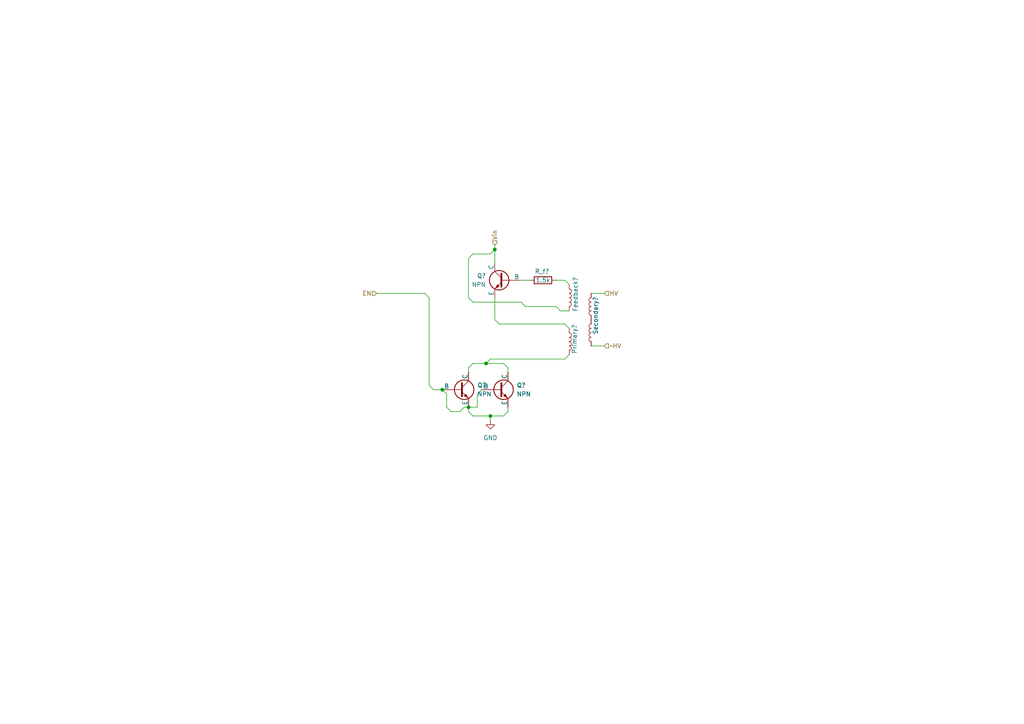
<source format=kicad_sch>
(kicad_sch (version 20231120) (generator "eeschema") (generator_version "8.0")
  (paper "A4")
  (lib_symbols
    (symbol "Device:L" (pin_numbers hide) (pin_names (offset 1.016) hide)
      (property "Reference" "L" (at -1.27 0 90))
      (property "Value" "L" (at 1.905 0 90))
      (symbol "L_0_1"
        (arc (start 0 -2.54) (mid 0.6323 -1.905) (end 0 -1.27))
        (arc (start 0 -1.27) (mid 0.6323 -0.635) (end 0 0))
        (arc (start 0 0) (mid 0.6323 0.635) (end 0 1.27))
        (arc (start 0 1.27) (mid 0.6323 1.905) (end 0 2.54))
      )
      (symbol "L_1_1"
        (pin passive line (at 0 3.81 270) (length 1.27) (name "1") (number "1"))
        (pin passive line (at 0 -3.81 90) (length 1.27) (name "2") (number "2"))
      )
    )
    (symbol "Device:R" (pin_numbers hide) (pin_names (offset 0))
      (property "Reference" "R" (at 2.032 0 90))
      (property "Value" "R" (at 0 0 90))
      (symbol "R_0_1"
        (rectangle (start -1.016 -2.54) (end 1.016 2.54) (stroke (width 0.254)))
      )
      (symbol "R_1_1"
        (pin passive line (at 0 3.81 270) (length 1.27) (name "~") (number "1"))
        (pin passive line (at 0 -3.81 90) (length 1.27) (name "~") (number "2"))
      )
    )
    (symbol "Simulation_SPICE:NPN" (pin_numbers hide) (pin_names (offset 0))
      (property "Reference" "Q" (at -2.54 7.62 0))
      (property "Value" "NPN" (at -2.54 5.08 0))
      (symbol "NPN_0_1"
        (polyline (pts (xy -2.54 0) (xy 0.635 0)) (stroke (width 0.1524)))
        (polyline (pts (xy 0.635 0.635) (xy 2.54 2.54)))
        (polyline (pts (xy 2.794 -1.27) (xy 2.794 -1.27)) (stroke (width 0.1524)))
        (polyline (pts (xy 2.794 -1.27) (xy 2.794 -1.27)) (stroke (width 0.1524)))
        (polyline (pts (xy 0.635 -0.635) (xy 2.54 -2.54) (xy 2.54 -2.54)))
        (polyline (pts (xy 0.635 1.905) (xy 0.635 -1.905) (xy 0.635 -1.905)) (stroke (width 0.508)))
        (polyline (pts (xy 1.27 -1.778) (xy 1.778 -1.27) (xy 2.286 -2.286) (xy 1.27 -1.778) (xy 1.27 -1.778)) (fill (type outline)))
        (circle (center 1.27 0) (radius 2.8194) (stroke (width 0.254)))
      )
      (symbol "NPN_1_1"
        (pin open_collector line (at 2.54 5.08 270) (length 2.54) (name "C") (number "1"))
        (pin input line (at -5.08 0 0) (length 2.54) (name "B") (number "2"))
        (pin open_emitter line (at 2.54 -5.08 90) (length 2.54) (name "E") (number "3"))
      )
    )
    (symbol "power:GND" (power) (pin_numbers hide) (pin_names (offset 0) hide)
      (property "Value" "GND" (at 0 -3.81 0))
      (symbol "GND_0_1"
        (polyline (pts (xy 0 0) (xy 0 -1.27) (xy 1.27 -1.27) (xy 0 -2.54) (xy -1.27 -1.27) (xy 0 -1.27)))
      )
      (symbol "GND_1_1"
        (pin power_in line (at 0 0 270) (length 0) (name "~") (number "1"))
      )
    )
  )
  (junction (at 142.24 120.65))
  (junction (at 140.97 105.41))
  (junction (at 143.51 72.39))
  (junction (at 135.89 118.11))
  (junction (at 128.27 113.03))
  (wire (pts (xy 146.05 105.41) (xy 147.32 106.68)))
  (wire (pts (xy 144.78 93.98) (xy 163.83 93.98)))
  (wire (pts (xy 109.22 85.09) (xy 123.19 85.09)))
  (wire (pts (xy 140.97 105.41) (xy 146.05 105.41)))
  (wire (pts (xy 135.89 86.36) (xy 137.16 87.63)))
  (wire (pts (xy 137.16 105.41) (xy 140.97 105.41)))
  (wire (pts (xy 125.73 113.03) (xy 128.27 113.03)))
  (wire (pts (xy 130.81 119.38) (xy 129.54 118.11)))
  (wire (pts (xy 151.13 81.28) (xy 153.67 81.28)))
  (wire (pts (xy 135.89 119.38) (xy 137.16 120.65)))
  (wire (pts (xy 163.83 93.98) (xy 165.1 95.25)))
  (wire (pts (xy 135.89 118.11) (xy 134.62 118.11)))
  (wire (pts (xy 124.46 86.36) (xy 124.46 111.76)))
  (wire (pts (xy 124.46 111.76) (xy 125.73 113.03)))
  (wire (pts (xy 138.43 118.11) (xy 135.89 118.11)))
  (wire (pts (xy 139.7 113.03) (xy 138.43 114.3)))
  (wire (pts (xy 142.24 73.66) (xy 137.16 73.66)))
  (wire (pts (xy 142.24 120.65) (xy 146.05 120.65)))
  (wire (pts (xy 135.89 106.68) (xy 137.16 105.41)))
  (wire (pts (xy 143.51 86.36) (xy 143.51 92.71)))
  (wire (pts (xy 138.43 114.3) (xy 138.43 118.11)))
  (wire (pts (xy 142.24 120.65) (xy 142.24 121.92)))
  (wire (pts (xy 137.16 120.65) (xy 142.24 120.65)))
  (wire (pts (xy 134.62 118.11) (xy 133.35 119.38)))
  (wire (pts (xy 133.35 119.38) (xy 130.81 119.38)))
  (wire (pts (xy 162.56 90.17) (xy 165.1 90.17)))
  (wire (pts (xy 142.24 104.14) (xy 140.97 105.41)))
  (wire (pts (xy 165.1 102.87) (xy 163.83 104.14)))
  (wire (pts (xy 137.16 73.66) (xy 135.89 74.93)))
  (wire (pts (xy 142.24 104.14) (xy 163.83 104.14)))
  (wire (pts (xy 137.16 87.63) (xy 151.13 87.63)))
  (wire (pts (xy 135.89 74.93) (xy 135.89 86.36)))
  (wire (pts (xy 147.32 118.11) (xy 147.32 119.38)))
  (wire (pts (xy 135.89 118.11) (xy 135.89 119.38)))
  (wire (pts (xy 146.05 120.65) (xy 147.32 119.38)))
  (wire (pts (xy 171.45 85.09) (xy 175.26 85.09)))
  (wire (pts (xy 161.29 88.9) (xy 162.56 90.17)))
  (wire (pts (xy 129.54 118.11) (xy 129.54 114.3)))
  (wire (pts (xy 143.51 72.39) (xy 143.51 76.2)))
  (wire (pts (xy 143.51 72.39) (xy 142.24 73.66)))
  (wire (pts (xy 143.51 92.71) (xy 144.78 93.98)))
  (wire (pts (xy 123.19 85.09) (xy 124.46 86.36)))
  (wire (pts (xy 129.54 114.3) (xy 128.27 113.03)))
  (wire (pts (xy 171.45 100.33) (xy 175.26 100.33)))
  (wire (pts (xy 163.83 81.28) (xy 165.1 82.55)))
  (wire (pts (xy 143.51 71.12) (xy 143.51 72.39)))
  (wire (pts (xy 161.29 81.28) (xy 163.83 81.28)))
  (wire (pts (xy 147.32 106.68) (xy 147.32 107.95)))
  (wire (pts (xy 152.4 88.9) (xy 161.29 88.9)))
  (wire (pts (xy 151.13 87.63) (xy 152.4 88.9)))
  (wire (pts (xy 135.89 106.68) (xy 135.89 107.95)))
  (hierarchical_label "~HV" (shape input) (at 175.26 100.33 0))
  (hierarchical_label "EN" (shape input) (at 109.22 85.09 180))
  (hierarchical_label "Vin" (shape input) (at 143.51 71.12 90))
  (hierarchical_label "HV" (shape input) (at 175.26 85.09 0))
  (symbol (lib_id "Device:L") (at 171.45 88.9 180) (unit 1)
    (property "Reference" "Secondary?" (at 172.72 97.028 90) (effects (justify right)))
    (property "Value" "L" (effects (hide yes)))
    (property "Description" "Inductor" (effects (hide yes)))
  )
  (symbol (lib_id "Device:L") (at 171.45 96.52 180) (unit 1)
    (property "Reference" "L?" (effects (hide yes)))
    (property "Value" "L" (effects (hide yes)))
    (property "Description" "Inductor" (effects (hide yes)))
  )
  (symbol (lib_id "Simulation_SPICE:NPN") (at 133.35 113.03 0) (unit 1)
    (property "Reference" "Q?" (at 138.43 111.7599 0) (effects (justify left)))
    (property "Value" "NPN" (at 138.43 114.2999 0) (effects (justify left)))
    (property "Datasheet" "https://ngspice.sourceforge.io/docs/ngspice-html-manual/manual.xhtml#cha_BJTs" (effects (hide yes)))
    (property "Description" "Bipolar transistor symbol for simulation only, substrate tied to the emitter" (effects (hide yes)))
    (property "Sim.Device" "NPN" (effects (hide yes)))
    (property "Sim.Type" "GUMMELPOON" (effects (hide yes)))
    (property "Sim.Pins" "1=C 2=B 3=E" (effects (hide yes)))
  )
  (symbol (lib_id "power:GND") (at 142.24 121.92 0) (unit 1)
    (property "Reference" "#PWR03" (effects (hide yes)))
    (property "Value" "GND" (at 142.24 127 0))
    (property "Description" "Power symbol creates a global label with name \"GND\" , ground" (effects (hide yes)))
  )
  (symbol (lib_id "Device:L") (at 165.1 86.36 0) (unit 1)
    (property "Reference" "Feedback?" (at 166.878 90.424 90) (effects (justify left)))
    (property "Value" "L" (effects (hide yes)))
    (property "Description" "Inductor" (effects (hide yes)))
  )
  (symbol (lib_id "Device:L") (at 165.1 99.06 0) (unit 1)
    (property "Reference" "Primary?" (at 166.624 102.616 90) (effects (justify left)))
    (property "Value" "L" (effects (hide yes)))
    (property "Description" "Inductor" (effects (hide yes)))
  )
  (symbol (lib_id "Simulation_SPICE:NPN") (at 144.78 113.03 0) (unit 1)
    (property "Reference" "Q?" (at 149.86 111.7599 0) (effects (justify left)))
    (property "Value" "NPN" (at 149.86 114.2999 0) (effects (justify left)))
    (property "Datasheet" "https://ngspice.sourceforge.io/docs/ngspice-html-manual/manual.xhtml#cha_BJTs" (effects (hide yes)))
    (property "Description" "Bipolar transistor symbol for simulation only, substrate tied to the emitter" (effects (hide yes)))
    (property "Sim.Device" "NPN" (effects (hide yes)))
    (property "Sim.Type" "GUMMELPOON" (effects (hide yes)))
    (property "Sim.Pins" "1=C 2=B 3=E" (effects (hide yes)))
  )
  (symbol (lib_id "Device:R") (at 157.48 81.28 90) (unit 1)
    (property "Reference" "R_f?" (at 157.226 78.74 90))
    (property "Value" "1.5k" (at 157.48 81.28 90))
    (property "Description" "Resistor" (effects (hide yes)))
  )
  (symbol (lib_id "Simulation_SPICE:NPN") (at 146.05 81.28 0) (mirror y) (unit 1)
    (property "Reference" "Q?" (at 140.97 80.0099 0) (effects (justify left)))
    (property "Value" "NPN" (at 140.97 82.5499 0) (effects (justify left)))
    (property "Datasheet" "https://ngspice.sourceforge.io/docs/ngspice-html-manual/manual.xhtml#cha_BJTs" (effects (hide yes)))
    (property "Description" "Bipolar transistor symbol for simulation only, substrate tied to the emitter" (effects (hide yes)))
    (property "Sim.Device" "NPN" (effects (hide yes)))
    (property "Sim.Type" "GUMMELPOON" (effects (hide yes)))
    (property "Sim.Pins" "1=C 2=B 3=E" (effects (hide yes)))
  )
)
</source>
